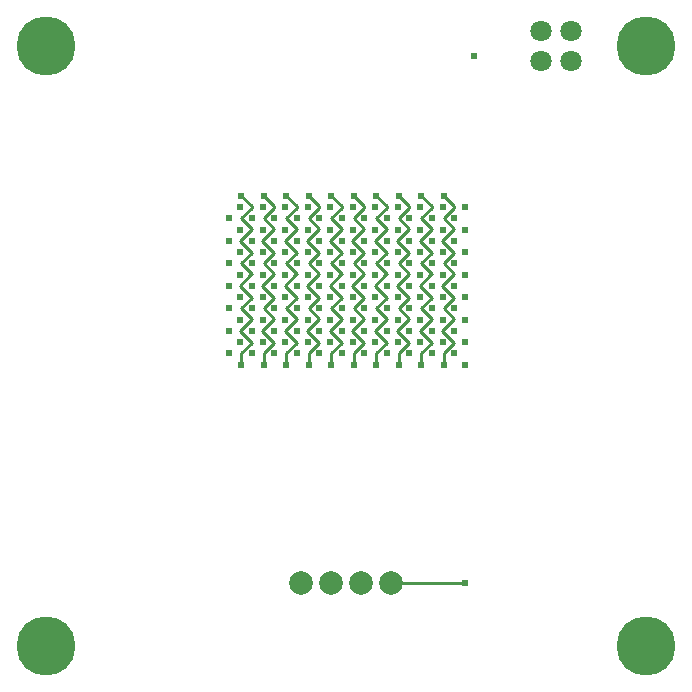
<source format=gbl>
G04 Layer: BottomLayer*
G04 EasyEDA v6.5.34, 2023-09-20 23:46:50*
G04 f0f59a666a6c4c9db337fc43e0a80986,5a6b42c53f6a479593ecc07194224c93,10*
G04 Gerber Generator version 0.2*
G04 Scale: 100 percent, Rotated: No, Reflected: No *
G04 Dimensions in millimeters *
G04 leading zeros omitted , absolute positions ,4 integer and 5 decimal *
%FSLAX45Y45*%
%MOMM*%

%ADD10C,0.2540*%
%ADD11C,5.0000*%
%ADD12C,1.8000*%
%ADD13C,2.0000*%
%ADD14C,0.6096*%
%ADD15C,0.0153*%

%LPD*%
D10*
X3301992Y914392D02*
G01*
X3930406Y914392D01*
X3746492Y4191043D02*
G01*
X3835392Y4102143D01*
X3835392Y4089443D01*
X3746492Y4000543D01*
X3835392Y3911643D01*
X3733792Y3810043D01*
X3835392Y3708443D01*
X3746492Y3619543D01*
X3835392Y3530592D01*
X3822692Y3517943D01*
X3733792Y3429043D01*
X3835392Y3327443D01*
X3746492Y3238543D01*
X3835392Y3149643D01*
X3733792Y3048043D01*
X3835392Y2946443D01*
X3746492Y2857543D01*
X3746492Y2755943D01*
X3555992Y4191043D02*
G01*
X3644892Y4102143D01*
X3644892Y4089443D01*
X3555992Y4000543D01*
X3644892Y3911643D01*
X3543292Y3810043D01*
X3644892Y3708443D01*
X3555992Y3619543D01*
X3644892Y3530592D01*
X3632192Y3517943D01*
X3543292Y3429043D01*
X3644892Y3327443D01*
X3555992Y3238543D01*
X3644892Y3149643D01*
X3543292Y3048043D01*
X3644892Y2946443D01*
X3555992Y2857543D01*
X3555992Y2755943D01*
X3365492Y4191043D02*
G01*
X3454392Y4102143D01*
X3454392Y4089443D01*
X3365492Y4000543D01*
X3454392Y3911643D01*
X3352792Y3810043D01*
X3454392Y3708443D01*
X3365492Y3619543D01*
X3454392Y3530592D01*
X3441692Y3517943D01*
X3352792Y3429043D01*
X3454392Y3327443D01*
X3365492Y3238543D01*
X3454392Y3149643D01*
X3352792Y3048043D01*
X3454392Y2946443D01*
X3365492Y2857543D01*
X3365492Y2755943D01*
X3174992Y4191043D02*
G01*
X3263892Y4102143D01*
X3263892Y4089443D01*
X3174992Y4000543D01*
X3263892Y3911643D01*
X3162292Y3810043D01*
X3263892Y3708443D01*
X3174992Y3619543D01*
X3263892Y3530592D01*
X3251192Y3517943D01*
X3162292Y3429043D01*
X3263892Y3327443D01*
X3174992Y3238543D01*
X3263892Y3149643D01*
X3162292Y3048043D01*
X3263892Y2946443D01*
X3174992Y2857543D01*
X3174992Y2755943D01*
X2984492Y4191043D02*
G01*
X3073392Y4102143D01*
X3073392Y4089443D01*
X2984492Y4000543D01*
X3073392Y3911643D01*
X2971792Y3810043D01*
X3073392Y3708443D01*
X2984492Y3619543D01*
X3073392Y3530592D01*
X3060692Y3517943D01*
X2971792Y3429043D01*
X3073392Y3327443D01*
X2984492Y3238543D01*
X3073392Y3149643D01*
X2971792Y3048043D01*
X3073392Y2946443D01*
X2984492Y2857543D01*
X2984492Y2755943D01*
X2793992Y4191043D02*
G01*
X2882892Y4102143D01*
X2882892Y4089443D01*
X2793992Y4000543D01*
X2882892Y3911643D01*
X2781292Y3810043D01*
X2882892Y3708443D01*
X2793992Y3619543D01*
X2882892Y3530592D01*
X2870192Y3517943D01*
X2781292Y3429043D01*
X2882892Y3327443D01*
X2793992Y3238543D01*
X2882892Y3149643D01*
X2781292Y3048043D01*
X2882892Y2946443D01*
X2793992Y2857543D01*
X2793992Y2755943D01*
X2603492Y4191043D02*
G01*
X2692392Y4102143D01*
X2692392Y4089443D01*
X2603492Y4000543D01*
X2692392Y3911643D01*
X2590792Y3810043D01*
X2692392Y3708443D01*
X2603492Y3619543D01*
X2692392Y3530592D01*
X2679692Y3517943D01*
X2590792Y3429043D01*
X2692392Y3327443D01*
X2603492Y3238543D01*
X2692392Y3149643D01*
X2590792Y3048043D01*
X2692392Y2946443D01*
X2603492Y2857543D01*
X2603492Y2755943D01*
X2412992Y4191043D02*
G01*
X2501892Y4102143D01*
X2501892Y4089443D01*
X2412992Y4000543D01*
X2501892Y3911643D01*
X2400292Y3810043D01*
X2501892Y3708443D01*
X2412992Y3619543D01*
X2501892Y3530592D01*
X2489192Y3517943D01*
X2400292Y3429043D01*
X2501892Y3327443D01*
X2412992Y3238543D01*
X2501892Y3149643D01*
X2400292Y3048043D01*
X2501892Y2946443D01*
X2412992Y2857543D01*
X2412992Y2755943D01*
X2222492Y4191043D02*
G01*
X2311392Y4102143D01*
X2311392Y4089443D01*
X2222492Y4000543D01*
X2311392Y3911643D01*
X2209792Y3810043D01*
X2311392Y3708443D01*
X2222492Y3619543D01*
X2311392Y3530592D01*
X2298692Y3517943D01*
X2209792Y3429043D01*
X2311392Y3327443D01*
X2222492Y3238543D01*
X2311392Y3149643D01*
X2209792Y3048043D01*
X2311392Y2946443D01*
X2222492Y2857543D01*
X2222492Y2755943D01*
X2031992Y4191043D02*
G01*
X2120892Y4102143D01*
X2120892Y4089443D01*
X2031992Y4000543D01*
X2120892Y3911643D01*
X2019292Y3810043D01*
X2120892Y3708443D01*
X2031992Y3619543D01*
X2120892Y3530592D01*
X2108192Y3517943D01*
X2019292Y3429043D01*
X2120892Y3327443D01*
X2031992Y3238543D01*
X2120892Y3149643D01*
X2019292Y3048043D01*
X2120892Y2946443D01*
X2031992Y2857543D01*
X2031992Y2755943D01*
D11*
G01*
X380992Y5460992D03*
D12*
G01*
X4571992Y5587992D03*
G01*
X4571992Y5333992D03*
G01*
X4825992Y5333992D03*
G01*
X4825992Y5587992D03*
D11*
G01*
X380992Y380992D03*
G01*
X5460992Y380992D03*
G01*
X5460992Y5460992D03*
D13*
G01*
X3301992Y914392D03*
G01*
X2539992Y914392D03*
G01*
X2793992Y914392D03*
G01*
X3047992Y914392D03*
D14*
G01*
X4000492Y5372092D03*
G01*
X1930417Y4000492D03*
G01*
X1930417Y3809992D03*
G01*
X2025439Y4095513D03*
G01*
X2025439Y3905013D03*
G01*
X2025439Y3524013D03*
G01*
X2025439Y3714513D03*
G01*
X1930417Y3428992D03*
G01*
X1930417Y3619492D03*
G01*
X2025439Y3143013D03*
G01*
X2025439Y3333513D03*
G01*
X1930417Y3047992D03*
G01*
X1930417Y3238492D03*
G01*
X2025439Y2952513D03*
G01*
X1930417Y2857492D03*
G01*
X2120917Y2857492D03*
G01*
X2215939Y2952513D03*
G01*
X2120917Y3238492D03*
G01*
X2120917Y3047992D03*
G01*
X2215939Y3333513D03*
G01*
X2215939Y3143013D03*
G01*
X2120917Y3619492D03*
G01*
X2120917Y3428992D03*
G01*
X2215939Y3714513D03*
G01*
X2215939Y3524013D03*
G01*
X2215939Y3905013D03*
G01*
X2215939Y4095513D03*
G01*
X2120917Y3809992D03*
G01*
X2120917Y4000492D03*
G01*
X2311417Y2857492D03*
G01*
X2406439Y2952513D03*
G01*
X2311417Y3238492D03*
G01*
X2311417Y3047992D03*
G01*
X2406439Y3333513D03*
G01*
X2406439Y3143013D03*
G01*
X2311417Y3619492D03*
G01*
X2311417Y3428992D03*
G01*
X2406439Y3714513D03*
G01*
X2406439Y3524013D03*
G01*
X2406439Y3905013D03*
G01*
X2406439Y4095513D03*
G01*
X2311417Y3809992D03*
G01*
X2311417Y4000492D03*
G01*
X2501917Y2857492D03*
G01*
X2596939Y2952513D03*
G01*
X2501917Y3238492D03*
G01*
X2501917Y3047992D03*
G01*
X2596939Y3333513D03*
G01*
X2596939Y3143013D03*
G01*
X2501917Y3619492D03*
G01*
X2501917Y3428992D03*
G01*
X2596939Y3714513D03*
G01*
X2596939Y3524013D03*
G01*
X2596939Y3905013D03*
G01*
X2596939Y4095513D03*
G01*
X2501917Y3809992D03*
G01*
X2501917Y4000492D03*
G01*
X2692417Y2857492D03*
G01*
X2787439Y2952513D03*
G01*
X2692417Y3238492D03*
G01*
X2692417Y3047992D03*
G01*
X2787439Y3333513D03*
G01*
X2787439Y3143013D03*
G01*
X2692417Y3619492D03*
G01*
X2692417Y3428992D03*
G01*
X2787439Y3714513D03*
G01*
X2787439Y3524013D03*
G01*
X2787439Y3905013D03*
G01*
X2787439Y4095513D03*
G01*
X2692417Y3809992D03*
G01*
X2692417Y4000492D03*
G01*
X2882917Y2857492D03*
G01*
X2977939Y2952513D03*
G01*
X2882917Y3238492D03*
G01*
X2882917Y3047992D03*
G01*
X2977939Y3333513D03*
G01*
X2977939Y3143013D03*
G01*
X2882917Y3619492D03*
G01*
X2882917Y3428992D03*
G01*
X2977939Y3714513D03*
G01*
X2977939Y3524013D03*
G01*
X2977939Y3905013D03*
G01*
X2977939Y4095513D03*
G01*
X2882917Y3809992D03*
G01*
X2882917Y4000492D03*
G01*
X3835417Y4000492D03*
G01*
X3835417Y3809992D03*
G01*
X3930439Y4095513D03*
G01*
X3930439Y3905013D03*
G01*
X3930439Y3524013D03*
G01*
X3930439Y3714513D03*
G01*
X3835417Y3428992D03*
G01*
X3835417Y3619492D03*
G01*
X3930439Y3143013D03*
G01*
X3930439Y3333513D03*
G01*
X3835417Y3047992D03*
G01*
X3835417Y3238492D03*
G01*
X3930439Y2952513D03*
G01*
X3835417Y2857492D03*
G01*
X3644917Y4000492D03*
G01*
X3644917Y3809992D03*
G01*
X3739939Y4095513D03*
G01*
X3739939Y3905013D03*
G01*
X3739939Y3524013D03*
G01*
X3739939Y3714513D03*
G01*
X3644917Y3428992D03*
G01*
X3644917Y3619492D03*
G01*
X3739939Y3143013D03*
G01*
X3739939Y3333513D03*
G01*
X3644917Y3047992D03*
G01*
X3644917Y3238492D03*
G01*
X3739939Y2952513D03*
G01*
X3644917Y2857492D03*
G01*
X3454417Y4000492D03*
G01*
X3454417Y3809992D03*
G01*
X3549439Y4095513D03*
G01*
X3549439Y3905013D03*
G01*
X3549439Y3524013D03*
G01*
X3549439Y3714513D03*
G01*
X3454417Y3428992D03*
G01*
X3454417Y3619492D03*
G01*
X3549439Y3143013D03*
G01*
X3549439Y3333513D03*
G01*
X3454417Y3047992D03*
G01*
X3454417Y3238492D03*
G01*
X3549439Y2952513D03*
G01*
X3454417Y2857492D03*
G01*
X3263917Y4000492D03*
G01*
X3263917Y3809992D03*
G01*
X3358939Y4095513D03*
G01*
X3358939Y3905013D03*
G01*
X3358939Y3524013D03*
G01*
X3358939Y3714513D03*
G01*
X3263917Y3428992D03*
G01*
X3263917Y3619492D03*
G01*
X3358939Y3143013D03*
G01*
X3358939Y3333513D03*
G01*
X3263917Y3047992D03*
G01*
X3263917Y3238492D03*
G01*
X3358939Y2952513D03*
G01*
X3263917Y2857492D03*
G01*
X3073417Y2857492D03*
G01*
X3168439Y2952513D03*
G01*
X3073417Y3238492D03*
G01*
X3073417Y3047992D03*
G01*
X3168439Y3333513D03*
G01*
X3168439Y3143013D03*
G01*
X3073417Y3619492D03*
G01*
X3073417Y3428992D03*
G01*
X3168439Y3714513D03*
G01*
X3168439Y3524013D03*
G01*
X3168439Y3905013D03*
G01*
X3168439Y4095513D03*
G01*
X3073417Y3809992D03*
G01*
X3073417Y4000492D03*
G01*
X3746492Y4190992D03*
G01*
X3746492Y2755892D03*
G01*
X3555992Y4190992D03*
G01*
X3555992Y2755892D03*
G01*
X3365492Y4190992D03*
G01*
X3365492Y2755892D03*
G01*
X3174992Y4190992D03*
G01*
X3174992Y2755892D03*
G01*
X2984492Y4190992D03*
G01*
X2984492Y2755892D03*
G01*
X2793992Y4190992D03*
G01*
X2793992Y2755892D03*
G01*
X2031992Y4190992D03*
G01*
X2031992Y2755892D03*
G01*
X2222492Y4190992D03*
G01*
X2222492Y2755892D03*
G01*
X2412992Y4190992D03*
G01*
X2412992Y2755892D03*
G01*
X2603492Y4190992D03*
G01*
X2603492Y2755892D03*
G01*
X3930413Y2755892D03*
G01*
X3930413Y914392D03*
M02*

</source>
